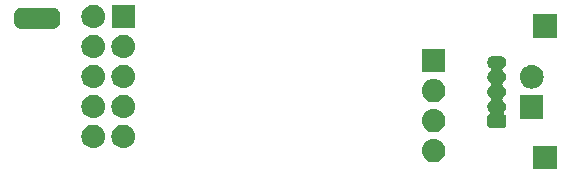
<source format=gbs>
G04 #@! TF.GenerationSoftware,KiCad,Pcbnew,(5.1.4)-1*
G04 #@! TF.CreationDate,2019-11-21T02:33:43+00:00*
G04 #@! TF.ProjectId,analog,616e616c-6f67-42e6-9b69-6361645f7063,rev?*
G04 #@! TF.SameCoordinates,Original*
G04 #@! TF.FileFunction,Soldermask,Bot*
G04 #@! TF.FilePolarity,Negative*
%FSLAX46Y46*%
G04 Gerber Fmt 4.6, Leading zero omitted, Abs format (unit mm)*
G04 Created by KiCad (PCBNEW (5.1.4)-1) date 2019-11-21 02:33:43*
%MOMM*%
%LPD*%
G04 APERTURE LIST*
%ADD10C,0.100000*%
G04 APERTURE END LIST*
D10*
G36*
X77040800Y-47314360D02*
G01*
X75040800Y-47314360D01*
X75040800Y-45314360D01*
X77040800Y-45314360D01*
X77040800Y-47314360D01*
X77040800Y-47314360D01*
G37*
G36*
X66813436Y-44744629D02*
G01*
X67001933Y-44801809D01*
X67163665Y-44888258D01*
X67175658Y-44894668D01*
X67327928Y-45019632D01*
X67452892Y-45171902D01*
X67452893Y-45171904D01*
X67545751Y-45345627D01*
X67602931Y-45534124D01*
X67622238Y-45730160D01*
X67602931Y-45926196D01*
X67545751Y-46114693D01*
X67459302Y-46276425D01*
X67452892Y-46288418D01*
X67327928Y-46440688D01*
X67175658Y-46565652D01*
X67175656Y-46565653D01*
X67001933Y-46658511D01*
X66813436Y-46715691D01*
X66666525Y-46730160D01*
X66568275Y-46730160D01*
X66421364Y-46715691D01*
X66232867Y-46658511D01*
X66059144Y-46565653D01*
X66059142Y-46565652D01*
X65906872Y-46440688D01*
X65781908Y-46288418D01*
X65775498Y-46276425D01*
X65689049Y-46114693D01*
X65631869Y-45926196D01*
X65612562Y-45730160D01*
X65631869Y-45534124D01*
X65689049Y-45345627D01*
X65781907Y-45171904D01*
X65781908Y-45171902D01*
X65906872Y-45019632D01*
X66059142Y-44894668D01*
X66071135Y-44888258D01*
X66232867Y-44801809D01*
X66421364Y-44744629D01*
X66568275Y-44730160D01*
X66666525Y-44730160D01*
X66813436Y-44744629D01*
X66813436Y-44744629D01*
G37*
G36*
X40549836Y-43550829D02*
G01*
X40738333Y-43608009D01*
X40851955Y-43668742D01*
X40912058Y-43700868D01*
X41064328Y-43825832D01*
X41189292Y-43978102D01*
X41189293Y-43978104D01*
X41282151Y-44151827D01*
X41339331Y-44340324D01*
X41358638Y-44536360D01*
X41339331Y-44732396D01*
X41282151Y-44920893D01*
X41229373Y-45019632D01*
X41189292Y-45094618D01*
X41064328Y-45246888D01*
X40912058Y-45371852D01*
X40912056Y-45371853D01*
X40738333Y-45464711D01*
X40549836Y-45521891D01*
X40402925Y-45536360D01*
X40304675Y-45536360D01*
X40157764Y-45521891D01*
X39969267Y-45464711D01*
X39795544Y-45371853D01*
X39795542Y-45371852D01*
X39643272Y-45246888D01*
X39518308Y-45094618D01*
X39478227Y-45019632D01*
X39425449Y-44920893D01*
X39368269Y-44732396D01*
X39348962Y-44536360D01*
X39368269Y-44340324D01*
X39425449Y-44151827D01*
X39518307Y-43978104D01*
X39518308Y-43978102D01*
X39643272Y-43825832D01*
X39795542Y-43700868D01*
X39855645Y-43668742D01*
X39969267Y-43608009D01*
X40157764Y-43550829D01*
X40304675Y-43536360D01*
X40402925Y-43536360D01*
X40549836Y-43550829D01*
X40549836Y-43550829D01*
G37*
G36*
X38009836Y-43550829D02*
G01*
X38198333Y-43608009D01*
X38311955Y-43668742D01*
X38372058Y-43700868D01*
X38524328Y-43825832D01*
X38649292Y-43978102D01*
X38649293Y-43978104D01*
X38742151Y-44151827D01*
X38799331Y-44340324D01*
X38818638Y-44536360D01*
X38799331Y-44732396D01*
X38742151Y-44920893D01*
X38689373Y-45019632D01*
X38649292Y-45094618D01*
X38524328Y-45246888D01*
X38372058Y-45371852D01*
X38372056Y-45371853D01*
X38198333Y-45464711D01*
X38009836Y-45521891D01*
X37862925Y-45536360D01*
X37764675Y-45536360D01*
X37617764Y-45521891D01*
X37429267Y-45464711D01*
X37255544Y-45371853D01*
X37255542Y-45371852D01*
X37103272Y-45246888D01*
X36978308Y-45094618D01*
X36938227Y-45019632D01*
X36885449Y-44920893D01*
X36828269Y-44732396D01*
X36808962Y-44536360D01*
X36828269Y-44340324D01*
X36885449Y-44151827D01*
X36978307Y-43978104D01*
X36978308Y-43978102D01*
X37103272Y-43825832D01*
X37255542Y-43700868D01*
X37315645Y-43668742D01*
X37429267Y-43608009D01*
X37617764Y-43550829D01*
X37764675Y-43536360D01*
X37862925Y-43536360D01*
X38009836Y-43550829D01*
X38009836Y-43550829D01*
G37*
G36*
X66813436Y-42204629D02*
G01*
X67001933Y-42261809D01*
X67163665Y-42348258D01*
X67175658Y-42354668D01*
X67327928Y-42479632D01*
X67452892Y-42631902D01*
X67452893Y-42631904D01*
X67545751Y-42805627D01*
X67602931Y-42994124D01*
X67622238Y-43190160D01*
X67602931Y-43386196D01*
X67545751Y-43574693D01*
X67459302Y-43736425D01*
X67452892Y-43748418D01*
X67327928Y-43900688D01*
X67175658Y-44025652D01*
X67175656Y-44025653D01*
X67001933Y-44118511D01*
X66813436Y-44175691D01*
X66666525Y-44190160D01*
X66568275Y-44190160D01*
X66421364Y-44175691D01*
X66232867Y-44118511D01*
X66059144Y-44025653D01*
X66059142Y-44025652D01*
X65906872Y-43900688D01*
X65781908Y-43748418D01*
X65775498Y-43736425D01*
X65689049Y-43574693D01*
X65631869Y-43386196D01*
X65612562Y-43190160D01*
X65631869Y-42994124D01*
X65689049Y-42805627D01*
X65781907Y-42631904D01*
X65781908Y-42631902D01*
X65906872Y-42479632D01*
X66059142Y-42354668D01*
X66071135Y-42348258D01*
X66232867Y-42261809D01*
X66421364Y-42204629D01*
X66568275Y-42190160D01*
X66666525Y-42190160D01*
X66813436Y-42204629D01*
X66813436Y-42204629D01*
G37*
G36*
X72334619Y-37698918D02*
G01*
X72397868Y-37718105D01*
X72438293Y-37730367D01*
X72533842Y-37781439D01*
X72617590Y-37850170D01*
X72686321Y-37933918D01*
X72737393Y-38029467D01*
X72749655Y-38069892D01*
X72768842Y-38133141D01*
X72779461Y-38240960D01*
X72768842Y-38348779D01*
X72749655Y-38412028D01*
X72737393Y-38452453D01*
X72686321Y-38548002D01*
X72617590Y-38631750D01*
X72520587Y-38711359D01*
X72492864Y-38739082D01*
X72471082Y-38771681D01*
X72456078Y-38807904D01*
X72448429Y-38846357D01*
X72448429Y-38885564D01*
X72456078Y-38924017D01*
X72471082Y-38960239D01*
X72492864Y-38992838D01*
X72520587Y-39020561D01*
X72617590Y-39100170D01*
X72686321Y-39183918D01*
X72737393Y-39279467D01*
X72749655Y-39319892D01*
X72768842Y-39383141D01*
X72779461Y-39490960D01*
X72768842Y-39598779D01*
X72753255Y-39650160D01*
X72737393Y-39702453D01*
X72686321Y-39798002D01*
X72617590Y-39881750D01*
X72520587Y-39961359D01*
X72492864Y-39989082D01*
X72471082Y-40021681D01*
X72456078Y-40057904D01*
X72448429Y-40096357D01*
X72448429Y-40135564D01*
X72456078Y-40174017D01*
X72471082Y-40210239D01*
X72492864Y-40242838D01*
X72520587Y-40270561D01*
X72617590Y-40350170D01*
X72686321Y-40433918D01*
X72737393Y-40529467D01*
X72749655Y-40569892D01*
X72768842Y-40633141D01*
X72779461Y-40740960D01*
X72768842Y-40848779D01*
X72749655Y-40912028D01*
X72737393Y-40952453D01*
X72686321Y-41048002D01*
X72617590Y-41131750D01*
X72520587Y-41211359D01*
X72492864Y-41239082D01*
X72471082Y-41271681D01*
X72456078Y-41307904D01*
X72448429Y-41346357D01*
X72448429Y-41385564D01*
X72456078Y-41424017D01*
X72471082Y-41460239D01*
X72492864Y-41492838D01*
X72520587Y-41520561D01*
X72617590Y-41600170D01*
X72686321Y-41683918D01*
X72737393Y-41779467D01*
X72743720Y-41800326D01*
X72768842Y-41883141D01*
X72779461Y-41990960D01*
X72768842Y-42098779D01*
X72749655Y-42162028D01*
X72737393Y-42202453D01*
X72686321Y-42298002D01*
X72607114Y-42394515D01*
X72602621Y-42399009D01*
X72580841Y-42431609D01*
X72565839Y-42467832D01*
X72558192Y-42506286D01*
X72558194Y-42545492D01*
X72565845Y-42583945D01*
X72580850Y-42620167D01*
X72602634Y-42652765D01*
X72630359Y-42680487D01*
X72662949Y-42702262D01*
X72698488Y-42721258D01*
X72724859Y-42742901D01*
X72746501Y-42769272D01*
X72762584Y-42799360D01*
X72772488Y-42832008D01*
X72776800Y-42875788D01*
X72776800Y-43606132D01*
X72772488Y-43649912D01*
X72762584Y-43682560D01*
X72746501Y-43712648D01*
X72724859Y-43739019D01*
X72698488Y-43760661D01*
X72668400Y-43776744D01*
X72635752Y-43786648D01*
X72591972Y-43790960D01*
X71361628Y-43790960D01*
X71317848Y-43786648D01*
X71285200Y-43776744D01*
X71255112Y-43760661D01*
X71228741Y-43739019D01*
X71207099Y-43712648D01*
X71191016Y-43682560D01*
X71181112Y-43649912D01*
X71176800Y-43606132D01*
X71176800Y-42875788D01*
X71181112Y-42832008D01*
X71191016Y-42799360D01*
X71207099Y-42769272D01*
X71228741Y-42742901D01*
X71255112Y-42721258D01*
X71290651Y-42702262D01*
X71323250Y-42680479D01*
X71350973Y-42652756D01*
X71372755Y-42620156D01*
X71387759Y-42583934D01*
X71395407Y-42545481D01*
X71395407Y-42506274D01*
X71387758Y-42467821D01*
X71372754Y-42431599D01*
X71350971Y-42399000D01*
X71346482Y-42394510D01*
X71267279Y-42298002D01*
X71216207Y-42202453D01*
X71203945Y-42162028D01*
X71184758Y-42098779D01*
X71174139Y-41990960D01*
X71184758Y-41883141D01*
X71209880Y-41800326D01*
X71216207Y-41779467D01*
X71267279Y-41683918D01*
X71336010Y-41600170D01*
X71433013Y-41520561D01*
X71460736Y-41492838D01*
X71482518Y-41460239D01*
X71497522Y-41424016D01*
X71505171Y-41385563D01*
X71505171Y-41346356D01*
X71497522Y-41307903D01*
X71482518Y-41271681D01*
X71460736Y-41239082D01*
X71433013Y-41211359D01*
X71336010Y-41131750D01*
X71267279Y-41048002D01*
X71216207Y-40952453D01*
X71203945Y-40912028D01*
X71184758Y-40848779D01*
X71174139Y-40740960D01*
X71184758Y-40633141D01*
X71203945Y-40569892D01*
X71216207Y-40529467D01*
X71267279Y-40433918D01*
X71336010Y-40350170D01*
X71433013Y-40270561D01*
X71460736Y-40242838D01*
X71482518Y-40210239D01*
X71497522Y-40174016D01*
X71505171Y-40135563D01*
X71505171Y-40096356D01*
X71497522Y-40057903D01*
X71482518Y-40021681D01*
X71460736Y-39989082D01*
X71433013Y-39961359D01*
X71336010Y-39881750D01*
X71267279Y-39798002D01*
X71216207Y-39702453D01*
X71200345Y-39650160D01*
X71184758Y-39598779D01*
X71174139Y-39490960D01*
X71184758Y-39383141D01*
X71203945Y-39319892D01*
X71216207Y-39279467D01*
X71267279Y-39183918D01*
X71336010Y-39100170D01*
X71433013Y-39020561D01*
X71460736Y-38992838D01*
X71482518Y-38960239D01*
X71497522Y-38924016D01*
X71505171Y-38885563D01*
X71505171Y-38846356D01*
X71497522Y-38807903D01*
X71482518Y-38771681D01*
X71460736Y-38739082D01*
X71433013Y-38711359D01*
X71336010Y-38631750D01*
X71267279Y-38548002D01*
X71216207Y-38452453D01*
X71203945Y-38412028D01*
X71184758Y-38348779D01*
X71174139Y-38240960D01*
X71184758Y-38133141D01*
X71203945Y-38069892D01*
X71216207Y-38029467D01*
X71267279Y-37933918D01*
X71336010Y-37850170D01*
X71419758Y-37781439D01*
X71515307Y-37730367D01*
X71555732Y-37718105D01*
X71618981Y-37698918D01*
X71699782Y-37690960D01*
X72253818Y-37690960D01*
X72334619Y-37698918D01*
X72334619Y-37698918D01*
G37*
G36*
X75923200Y-43021760D02*
G01*
X73923200Y-43021760D01*
X73923200Y-41021760D01*
X75923200Y-41021760D01*
X75923200Y-43021760D01*
X75923200Y-43021760D01*
G37*
G36*
X38009836Y-41010829D02*
G01*
X38198333Y-41068009D01*
X38360065Y-41154458D01*
X38372058Y-41160868D01*
X38524328Y-41285832D01*
X38649292Y-41438102D01*
X38649293Y-41438104D01*
X38742151Y-41611827D01*
X38799331Y-41800324D01*
X38818638Y-41996360D01*
X38799331Y-42192396D01*
X38742151Y-42380893D01*
X38675126Y-42506286D01*
X38649292Y-42554618D01*
X38524328Y-42706888D01*
X38372058Y-42831852D01*
X38372056Y-42831853D01*
X38198333Y-42924711D01*
X38009836Y-42981891D01*
X37862925Y-42996360D01*
X37764675Y-42996360D01*
X37617764Y-42981891D01*
X37429267Y-42924711D01*
X37255544Y-42831853D01*
X37255542Y-42831852D01*
X37103272Y-42706888D01*
X36978308Y-42554618D01*
X36952474Y-42506286D01*
X36885449Y-42380893D01*
X36828269Y-42192396D01*
X36808962Y-41996360D01*
X36828269Y-41800324D01*
X36885449Y-41611827D01*
X36978307Y-41438104D01*
X36978308Y-41438102D01*
X37103272Y-41285832D01*
X37255542Y-41160868D01*
X37267535Y-41154458D01*
X37429267Y-41068009D01*
X37617764Y-41010829D01*
X37764675Y-40996360D01*
X37862925Y-40996360D01*
X38009836Y-41010829D01*
X38009836Y-41010829D01*
G37*
G36*
X40549836Y-41010829D02*
G01*
X40738333Y-41068009D01*
X40900065Y-41154458D01*
X40912058Y-41160868D01*
X41064328Y-41285832D01*
X41189292Y-41438102D01*
X41189293Y-41438104D01*
X41282151Y-41611827D01*
X41339331Y-41800324D01*
X41358638Y-41996360D01*
X41339331Y-42192396D01*
X41282151Y-42380893D01*
X41215126Y-42506286D01*
X41189292Y-42554618D01*
X41064328Y-42706888D01*
X40912058Y-42831852D01*
X40912056Y-42831853D01*
X40738333Y-42924711D01*
X40549836Y-42981891D01*
X40402925Y-42996360D01*
X40304675Y-42996360D01*
X40157764Y-42981891D01*
X39969267Y-42924711D01*
X39795544Y-42831853D01*
X39795542Y-42831852D01*
X39643272Y-42706888D01*
X39518308Y-42554618D01*
X39492474Y-42506286D01*
X39425449Y-42380893D01*
X39368269Y-42192396D01*
X39348962Y-41996360D01*
X39368269Y-41800324D01*
X39425449Y-41611827D01*
X39518307Y-41438104D01*
X39518308Y-41438102D01*
X39643272Y-41285832D01*
X39795542Y-41160868D01*
X39807535Y-41154458D01*
X39969267Y-41068009D01*
X40157764Y-41010829D01*
X40304675Y-40996360D01*
X40402925Y-40996360D01*
X40549836Y-41010829D01*
X40549836Y-41010829D01*
G37*
G36*
X66813436Y-39664629D02*
G01*
X67001933Y-39721809D01*
X67144478Y-39798002D01*
X67175658Y-39814668D01*
X67327928Y-39939632D01*
X67452892Y-40091902D01*
X67452893Y-40091904D01*
X67545751Y-40265627D01*
X67602931Y-40454124D01*
X67622238Y-40650160D01*
X67602931Y-40846196D01*
X67545751Y-41034693D01*
X67493872Y-41131750D01*
X67452892Y-41208418D01*
X67327928Y-41360688D01*
X67175658Y-41485652D01*
X67175656Y-41485653D01*
X67001933Y-41578511D01*
X66813436Y-41635691D01*
X66666525Y-41650160D01*
X66568275Y-41650160D01*
X66421364Y-41635691D01*
X66232867Y-41578511D01*
X66059144Y-41485653D01*
X66059142Y-41485652D01*
X65906872Y-41360688D01*
X65781908Y-41208418D01*
X65740928Y-41131750D01*
X65689049Y-41034693D01*
X65631869Y-40846196D01*
X65612562Y-40650160D01*
X65631869Y-40454124D01*
X65689049Y-40265627D01*
X65781907Y-40091904D01*
X65781908Y-40091902D01*
X65906872Y-39939632D01*
X66059142Y-39814668D01*
X66090322Y-39798002D01*
X66232867Y-39721809D01*
X66421364Y-39664629D01*
X66568275Y-39650160D01*
X66666525Y-39650160D01*
X66813436Y-39664629D01*
X66813436Y-39664629D01*
G37*
G36*
X75119236Y-38496229D02*
G01*
X75307733Y-38553409D01*
X75433938Y-38620868D01*
X75481458Y-38646268D01*
X75633728Y-38771232D01*
X75758692Y-38923502D01*
X75758693Y-38923504D01*
X75851551Y-39097227D01*
X75908731Y-39285724D01*
X75928038Y-39481760D01*
X75908731Y-39677796D01*
X75851551Y-39866293D01*
X75785918Y-39989082D01*
X75758692Y-40040018D01*
X75633728Y-40192288D01*
X75481458Y-40317252D01*
X75481456Y-40317253D01*
X75307733Y-40410111D01*
X75119236Y-40467291D01*
X74972325Y-40481760D01*
X74874075Y-40481760D01*
X74727164Y-40467291D01*
X74538667Y-40410111D01*
X74364944Y-40317253D01*
X74364942Y-40317252D01*
X74212672Y-40192288D01*
X74087708Y-40040018D01*
X74060482Y-39989082D01*
X73994849Y-39866293D01*
X73937669Y-39677796D01*
X73918362Y-39481760D01*
X73937669Y-39285724D01*
X73994849Y-39097227D01*
X74087707Y-38923504D01*
X74087708Y-38923502D01*
X74212672Y-38771232D01*
X74364942Y-38646268D01*
X74412462Y-38620868D01*
X74538667Y-38553409D01*
X74727164Y-38496229D01*
X74874075Y-38481760D01*
X74972325Y-38481760D01*
X75119236Y-38496229D01*
X75119236Y-38496229D01*
G37*
G36*
X38009836Y-38470829D02*
G01*
X38198333Y-38528009D01*
X38360065Y-38614458D01*
X38372058Y-38620868D01*
X38524328Y-38745832D01*
X38649292Y-38898102D01*
X38649293Y-38898104D01*
X38742151Y-39071827D01*
X38799331Y-39260324D01*
X38818638Y-39456360D01*
X38799331Y-39652396D01*
X38742151Y-39840893D01*
X38720312Y-39881750D01*
X38649292Y-40014618D01*
X38524328Y-40166888D01*
X38372058Y-40291852D01*
X38372056Y-40291853D01*
X38198333Y-40384711D01*
X38009836Y-40441891D01*
X37862925Y-40456360D01*
X37764675Y-40456360D01*
X37617764Y-40441891D01*
X37429267Y-40384711D01*
X37255544Y-40291853D01*
X37255542Y-40291852D01*
X37103272Y-40166888D01*
X36978308Y-40014618D01*
X36907288Y-39881750D01*
X36885449Y-39840893D01*
X36828269Y-39652396D01*
X36808962Y-39456360D01*
X36828269Y-39260324D01*
X36885449Y-39071827D01*
X36978307Y-38898104D01*
X36978308Y-38898102D01*
X37103272Y-38745832D01*
X37255542Y-38620868D01*
X37267535Y-38614458D01*
X37429267Y-38528009D01*
X37617764Y-38470829D01*
X37764675Y-38456360D01*
X37862925Y-38456360D01*
X38009836Y-38470829D01*
X38009836Y-38470829D01*
G37*
G36*
X40549836Y-38470829D02*
G01*
X40738333Y-38528009D01*
X40900065Y-38614458D01*
X40912058Y-38620868D01*
X41064328Y-38745832D01*
X41189292Y-38898102D01*
X41189293Y-38898104D01*
X41282151Y-39071827D01*
X41339331Y-39260324D01*
X41358638Y-39456360D01*
X41339331Y-39652396D01*
X41282151Y-39840893D01*
X41260312Y-39881750D01*
X41189292Y-40014618D01*
X41064328Y-40166888D01*
X40912058Y-40291852D01*
X40912056Y-40291853D01*
X40738333Y-40384711D01*
X40549836Y-40441891D01*
X40402925Y-40456360D01*
X40304675Y-40456360D01*
X40157764Y-40441891D01*
X39969267Y-40384711D01*
X39795544Y-40291853D01*
X39795542Y-40291852D01*
X39643272Y-40166888D01*
X39518308Y-40014618D01*
X39447288Y-39881750D01*
X39425449Y-39840893D01*
X39368269Y-39652396D01*
X39348962Y-39456360D01*
X39368269Y-39260324D01*
X39425449Y-39071827D01*
X39518307Y-38898104D01*
X39518308Y-38898102D01*
X39643272Y-38745832D01*
X39795542Y-38620868D01*
X39807535Y-38614458D01*
X39969267Y-38528009D01*
X40157764Y-38470829D01*
X40304675Y-38456360D01*
X40402925Y-38456360D01*
X40549836Y-38470829D01*
X40549836Y-38470829D01*
G37*
G36*
X67617400Y-39110160D02*
G01*
X65617400Y-39110160D01*
X65617400Y-37110160D01*
X67617400Y-37110160D01*
X67617400Y-39110160D01*
X67617400Y-39110160D01*
G37*
G36*
X40549836Y-35930829D02*
G01*
X40738333Y-35988009D01*
X40900065Y-36074458D01*
X40912058Y-36080868D01*
X41064328Y-36205832D01*
X41189292Y-36358102D01*
X41189293Y-36358104D01*
X41282151Y-36531827D01*
X41339331Y-36720324D01*
X41358638Y-36916360D01*
X41339331Y-37112396D01*
X41282151Y-37300893D01*
X41195702Y-37462625D01*
X41189292Y-37474618D01*
X41064328Y-37626888D01*
X40912058Y-37751852D01*
X40912056Y-37751853D01*
X40738333Y-37844711D01*
X40549836Y-37901891D01*
X40402925Y-37916360D01*
X40304675Y-37916360D01*
X40157764Y-37901891D01*
X39969267Y-37844711D01*
X39795544Y-37751853D01*
X39795542Y-37751852D01*
X39643272Y-37626888D01*
X39518308Y-37474618D01*
X39511898Y-37462625D01*
X39425449Y-37300893D01*
X39368269Y-37112396D01*
X39348962Y-36916360D01*
X39368269Y-36720324D01*
X39425449Y-36531827D01*
X39518307Y-36358104D01*
X39518308Y-36358102D01*
X39643272Y-36205832D01*
X39795542Y-36080868D01*
X39807535Y-36074458D01*
X39969267Y-35988009D01*
X40157764Y-35930829D01*
X40304675Y-35916360D01*
X40402925Y-35916360D01*
X40549836Y-35930829D01*
X40549836Y-35930829D01*
G37*
G36*
X38009836Y-35930829D02*
G01*
X38198333Y-35988009D01*
X38360065Y-36074458D01*
X38372058Y-36080868D01*
X38524328Y-36205832D01*
X38649292Y-36358102D01*
X38649293Y-36358104D01*
X38742151Y-36531827D01*
X38799331Y-36720324D01*
X38818638Y-36916360D01*
X38799331Y-37112396D01*
X38742151Y-37300893D01*
X38655702Y-37462625D01*
X38649292Y-37474618D01*
X38524328Y-37626888D01*
X38372058Y-37751852D01*
X38372056Y-37751853D01*
X38198333Y-37844711D01*
X38009836Y-37901891D01*
X37862925Y-37916360D01*
X37764675Y-37916360D01*
X37617764Y-37901891D01*
X37429267Y-37844711D01*
X37255544Y-37751853D01*
X37255542Y-37751852D01*
X37103272Y-37626888D01*
X36978308Y-37474618D01*
X36971898Y-37462625D01*
X36885449Y-37300893D01*
X36828269Y-37112396D01*
X36808962Y-36916360D01*
X36828269Y-36720324D01*
X36885449Y-36531827D01*
X36978307Y-36358104D01*
X36978308Y-36358102D01*
X37103272Y-36205832D01*
X37255542Y-36080868D01*
X37267535Y-36074458D01*
X37429267Y-35988009D01*
X37617764Y-35930829D01*
X37764675Y-35916360D01*
X37862925Y-35916360D01*
X38009836Y-35930829D01*
X38009836Y-35930829D01*
G37*
G36*
X77040800Y-36189160D02*
G01*
X75040800Y-36189160D01*
X75040800Y-34189160D01*
X77040800Y-34189160D01*
X77040800Y-36189160D01*
X77040800Y-36189160D01*
G37*
G36*
X32311585Y-33627797D02*
G01*
X32331189Y-33628760D01*
X33796811Y-33628760D01*
X33816415Y-33627797D01*
X33823827Y-33627067D01*
X34354173Y-33627067D01*
X34363991Y-33628034D01*
X34364000Y-33628034D01*
X34368863Y-33628513D01*
X34388448Y-33629475D01*
X34403182Y-33629475D01*
X34413000Y-33630442D01*
X34413009Y-33630442D01*
X34442414Y-33633338D01*
X34442425Y-33633340D01*
X34452241Y-33634307D01*
X34529096Y-33649595D01*
X34538531Y-33652457D01*
X34538547Y-33652460D01*
X34566822Y-33661037D01*
X34566830Y-33661040D01*
X34576278Y-33663906D01*
X34648668Y-33693891D01*
X34657374Y-33698544D01*
X34657378Y-33698546D01*
X34683437Y-33712475D01*
X34692140Y-33717127D01*
X34757301Y-33760667D01*
X34764924Y-33766923D01*
X34764936Y-33766931D01*
X34787776Y-33785676D01*
X34787780Y-33785680D01*
X34795408Y-33791940D01*
X34850820Y-33847352D01*
X34857080Y-33854980D01*
X34857084Y-33854984D01*
X34875829Y-33877824D01*
X34875837Y-33877836D01*
X34882093Y-33885459D01*
X34925633Y-33950620D01*
X34930284Y-33959321D01*
X34930285Y-33959323D01*
X34944214Y-33985382D01*
X34944216Y-33985386D01*
X34948869Y-33994092D01*
X34978854Y-34066482D01*
X34981720Y-34075930D01*
X34981723Y-34075938D01*
X34990300Y-34104213D01*
X34990303Y-34104229D01*
X34993165Y-34113664D01*
X35008453Y-34190519D01*
X35009420Y-34200335D01*
X35009422Y-34200346D01*
X35012318Y-34229751D01*
X35012318Y-34229760D01*
X35013285Y-34239578D01*
X35013285Y-34254312D01*
X35014247Y-34273897D01*
X35014726Y-34278760D01*
X35014726Y-34278769D01*
X35015693Y-34288587D01*
X35015693Y-34768933D01*
X35014726Y-34778751D01*
X35014726Y-34778760D01*
X35014247Y-34783623D01*
X35013285Y-34803208D01*
X35013285Y-34817942D01*
X35012318Y-34827760D01*
X35012318Y-34827769D01*
X35009422Y-34857174D01*
X35009420Y-34857185D01*
X35008453Y-34867001D01*
X34993165Y-34943856D01*
X34990303Y-34953291D01*
X34990300Y-34953307D01*
X34981723Y-34981582D01*
X34981720Y-34981590D01*
X34978854Y-34991038D01*
X34948869Y-35063428D01*
X34944216Y-35072134D01*
X34944214Y-35072138D01*
X34936330Y-35086888D01*
X34925633Y-35106900D01*
X34882093Y-35172061D01*
X34875837Y-35179684D01*
X34875829Y-35179696D01*
X34857084Y-35202536D01*
X34857080Y-35202540D01*
X34850820Y-35210168D01*
X34795408Y-35265580D01*
X34787780Y-35271840D01*
X34787776Y-35271844D01*
X34764936Y-35290589D01*
X34764924Y-35290597D01*
X34757301Y-35296853D01*
X34692140Y-35340393D01*
X34683439Y-35345044D01*
X34683437Y-35345045D01*
X34657378Y-35358974D01*
X34657374Y-35358976D01*
X34648668Y-35363629D01*
X34576278Y-35393614D01*
X34566830Y-35396480D01*
X34566822Y-35396483D01*
X34538547Y-35405060D01*
X34538531Y-35405063D01*
X34529096Y-35407925D01*
X34452241Y-35423213D01*
X34442425Y-35424180D01*
X34442414Y-35424182D01*
X34413009Y-35427078D01*
X34413000Y-35427078D01*
X34403182Y-35428045D01*
X34388448Y-35428045D01*
X34368863Y-35429007D01*
X34364000Y-35429486D01*
X34363991Y-35429486D01*
X34354173Y-35430453D01*
X33823827Y-35430453D01*
X33816415Y-35429723D01*
X33796811Y-35428760D01*
X32331189Y-35428760D01*
X32311585Y-35429723D01*
X32304173Y-35430453D01*
X31773827Y-35430453D01*
X31764009Y-35429486D01*
X31764000Y-35429486D01*
X31759137Y-35429007D01*
X31739552Y-35428045D01*
X31724818Y-35428045D01*
X31715000Y-35427078D01*
X31714991Y-35427078D01*
X31685586Y-35424182D01*
X31685575Y-35424180D01*
X31675759Y-35423213D01*
X31598904Y-35407925D01*
X31589469Y-35405063D01*
X31589453Y-35405060D01*
X31561178Y-35396483D01*
X31561170Y-35396480D01*
X31551722Y-35393614D01*
X31479332Y-35363629D01*
X31470626Y-35358976D01*
X31470622Y-35358974D01*
X31444563Y-35345045D01*
X31444561Y-35345044D01*
X31435860Y-35340393D01*
X31370699Y-35296853D01*
X31363076Y-35290597D01*
X31363064Y-35290589D01*
X31340224Y-35271844D01*
X31340220Y-35271840D01*
X31332592Y-35265580D01*
X31277180Y-35210168D01*
X31270920Y-35202540D01*
X31270916Y-35202536D01*
X31252171Y-35179696D01*
X31252163Y-35179684D01*
X31245907Y-35172061D01*
X31202367Y-35106900D01*
X31191670Y-35086888D01*
X31183786Y-35072138D01*
X31183784Y-35072134D01*
X31179131Y-35063428D01*
X31149146Y-34991038D01*
X31146280Y-34981590D01*
X31146277Y-34981582D01*
X31137700Y-34953307D01*
X31137697Y-34953291D01*
X31134835Y-34943856D01*
X31119547Y-34867001D01*
X31118580Y-34857185D01*
X31118578Y-34857174D01*
X31115682Y-34827769D01*
X31115682Y-34827760D01*
X31114715Y-34817942D01*
X31114715Y-34803208D01*
X31113753Y-34783623D01*
X31113274Y-34778760D01*
X31113274Y-34778751D01*
X31112307Y-34768933D01*
X31112307Y-34288587D01*
X31113274Y-34278769D01*
X31113274Y-34278760D01*
X31113753Y-34273897D01*
X31114715Y-34254312D01*
X31114715Y-34239578D01*
X31115682Y-34229760D01*
X31115682Y-34229751D01*
X31118578Y-34200346D01*
X31118580Y-34200335D01*
X31119547Y-34190519D01*
X31134835Y-34113664D01*
X31137697Y-34104229D01*
X31137700Y-34104213D01*
X31146277Y-34075938D01*
X31146280Y-34075930D01*
X31149146Y-34066482D01*
X31179131Y-33994092D01*
X31183784Y-33985386D01*
X31183786Y-33985382D01*
X31197715Y-33959323D01*
X31197716Y-33959321D01*
X31202367Y-33950620D01*
X31245907Y-33885459D01*
X31252163Y-33877836D01*
X31252171Y-33877824D01*
X31270916Y-33854984D01*
X31270920Y-33854980D01*
X31277180Y-33847352D01*
X31332592Y-33791940D01*
X31340220Y-33785680D01*
X31340224Y-33785676D01*
X31363064Y-33766931D01*
X31363076Y-33766923D01*
X31370699Y-33760667D01*
X31435860Y-33717127D01*
X31444563Y-33712475D01*
X31470622Y-33698546D01*
X31470626Y-33698544D01*
X31479332Y-33693891D01*
X31551722Y-33663906D01*
X31561170Y-33661040D01*
X31561178Y-33661037D01*
X31589453Y-33652460D01*
X31589469Y-33652457D01*
X31598904Y-33649595D01*
X31675759Y-33634307D01*
X31685575Y-33633340D01*
X31685586Y-33633338D01*
X31714991Y-33630442D01*
X31715000Y-33630442D01*
X31724818Y-33629475D01*
X31739552Y-33629475D01*
X31759137Y-33628513D01*
X31764000Y-33628034D01*
X31764009Y-33628034D01*
X31773827Y-33627067D01*
X32304173Y-33627067D01*
X32311585Y-33627797D01*
X32311585Y-33627797D01*
G37*
G36*
X38009836Y-33390829D02*
G01*
X38198333Y-33448009D01*
X38360065Y-33534458D01*
X38372058Y-33540868D01*
X38524328Y-33665832D01*
X38649292Y-33818102D01*
X38649293Y-33818104D01*
X38742151Y-33991827D01*
X38799331Y-34180324D01*
X38818638Y-34376360D01*
X38799331Y-34572396D01*
X38742151Y-34760893D01*
X38690687Y-34857174D01*
X38649292Y-34934618D01*
X38524328Y-35086888D01*
X38372058Y-35211852D01*
X38372056Y-35211853D01*
X38198333Y-35304711D01*
X38009836Y-35361891D01*
X37862925Y-35376360D01*
X37764675Y-35376360D01*
X37617764Y-35361891D01*
X37429267Y-35304711D01*
X37255544Y-35211853D01*
X37255542Y-35211852D01*
X37103272Y-35086888D01*
X36978308Y-34934618D01*
X36936913Y-34857174D01*
X36885449Y-34760893D01*
X36828269Y-34572396D01*
X36808962Y-34376360D01*
X36828269Y-34180324D01*
X36885449Y-33991827D01*
X36978307Y-33818104D01*
X36978308Y-33818102D01*
X37103272Y-33665832D01*
X37255542Y-33540868D01*
X37267535Y-33534458D01*
X37429267Y-33448009D01*
X37617764Y-33390829D01*
X37764675Y-33376360D01*
X37862925Y-33376360D01*
X38009836Y-33390829D01*
X38009836Y-33390829D01*
G37*
G36*
X41353800Y-35376360D02*
G01*
X39353800Y-35376360D01*
X39353800Y-33376360D01*
X41353800Y-33376360D01*
X41353800Y-35376360D01*
X41353800Y-35376360D01*
G37*
M02*

</source>
